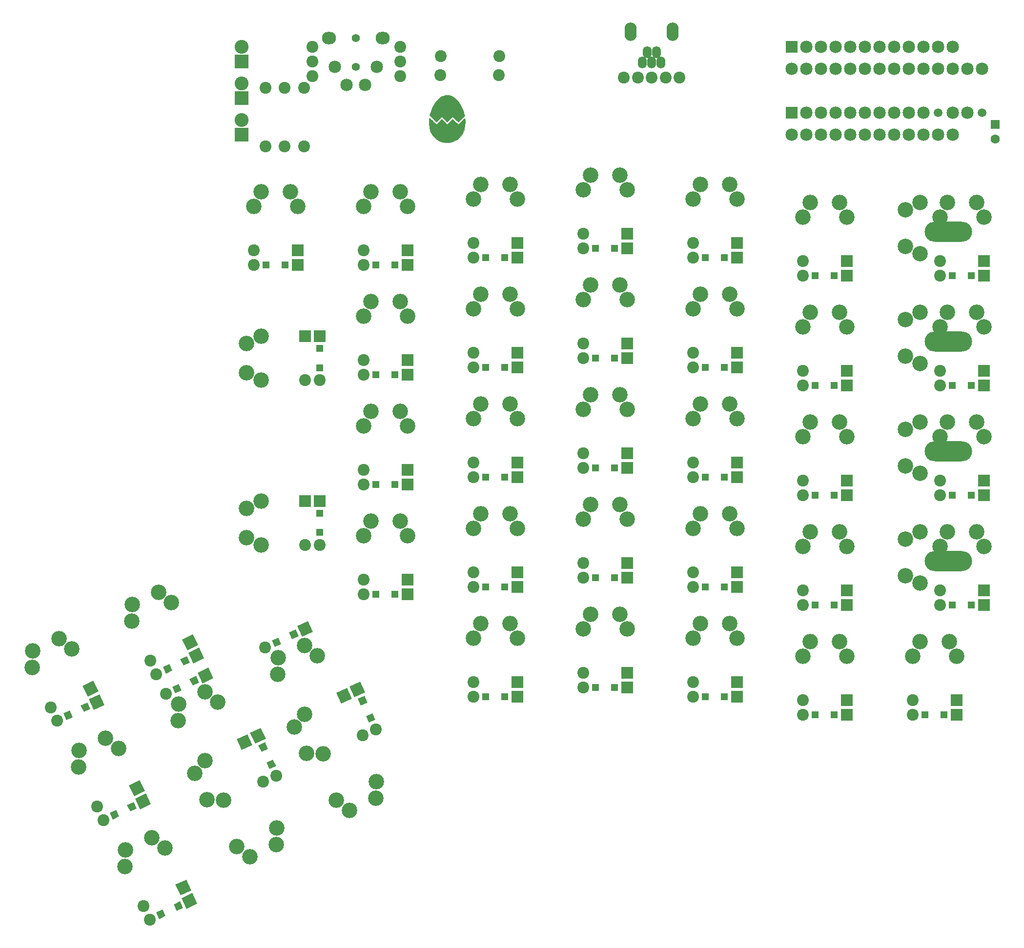
<source format=gbr>
G04 #@! TF.FileFunction,Soldermask,Bot*
%FSLAX46Y46*%
G04 Gerber Fmt 4.6, Leading zero omitted, Abs format (unit mm)*
G04 Created by KiCad (PCBNEW 4.0.1-stable) date 7/19/2016 2:58:25 PM*
%MOMM*%
G01*
G04 APERTURE LIST*
%ADD10C,0.150000*%
%ADD11C,0.010000*%
%ADD12C,2.057400*%
%ADD13C,2.692400*%
%ADD14R,2.159000X2.159000*%
%ADD15C,2.159000*%
%ADD16O,2.463800X2.159000*%
%ADD17C,1.397000*%
%ADD18R,2.057400X2.057400*%
%ADD19R,1.244600X1.244600*%
%ADD20C,2.689860*%
%ADD21C,2.687320*%
%ADD22O,8.242300X3.479800*%
%ADD23C,1.498600*%
%ADD24R,1.606400X1.606400*%
%ADD25C,1.606400*%
%ADD26R,2.406400X2.406400*%
%ADD27C,2.406400*%
%ADD28O,1.549400X2.057400*%
%ADD29O,2.108200X3.200400*%
G04 APERTURE END LIST*
D10*
D11*
G36*
X99183192Y-47320749D02*
X99355496Y-47471896D01*
X99585028Y-47690626D01*
X99709662Y-47814662D01*
X100255099Y-48364991D01*
X100725892Y-47899110D01*
X101196686Y-47433229D01*
X102117314Y-48365437D01*
X102606824Y-47881036D01*
X103096333Y-47396634D01*
X103585617Y-47880812D01*
X104074901Y-48364991D01*
X104622168Y-47812815D01*
X104879655Y-47555134D01*
X105043757Y-47403991D01*
X105140200Y-47345563D01*
X105194705Y-47366027D01*
X105232997Y-47451559D01*
X105242395Y-47479518D01*
X105268149Y-47676765D01*
X105264912Y-47994978D01*
X105233458Y-48388429D01*
X105225922Y-48454768D01*
X105075863Y-49243278D01*
X104824193Y-49903450D01*
X104464865Y-50446739D01*
X103991828Y-50884600D01*
X103913474Y-50939995D01*
X103303500Y-51258689D01*
X102627834Y-51440699D01*
X101929874Y-51478653D01*
X101312351Y-51381896D01*
X100661233Y-51122623D01*
X100102315Y-50727823D01*
X99648299Y-50211484D01*
X99311888Y-49587589D01*
X99126107Y-48974666D01*
X99083130Y-48697577D01*
X99053160Y-48364729D01*
X99036857Y-48016682D01*
X99034881Y-47693996D01*
X99047892Y-47437230D01*
X99076549Y-47286944D01*
X99098279Y-47264333D01*
X99183192Y-47320749D01*
X99183192Y-47320749D01*
G37*
X99183192Y-47320749D02*
X99355496Y-47471896D01*
X99585028Y-47690626D01*
X99709662Y-47814662D01*
X100255099Y-48364991D01*
X100725892Y-47899110D01*
X101196686Y-47433229D01*
X102117314Y-48365437D01*
X102606824Y-47881036D01*
X103096333Y-47396634D01*
X103585617Y-47880812D01*
X104074901Y-48364991D01*
X104622168Y-47812815D01*
X104879655Y-47555134D01*
X105043757Y-47403991D01*
X105140200Y-47345563D01*
X105194705Y-47366027D01*
X105232997Y-47451559D01*
X105242395Y-47479518D01*
X105268149Y-47676765D01*
X105264912Y-47994978D01*
X105233458Y-48388429D01*
X105225922Y-48454768D01*
X105075863Y-49243278D01*
X104824193Y-49903450D01*
X104464865Y-50446739D01*
X103991828Y-50884600D01*
X103913474Y-50939995D01*
X103303500Y-51258689D01*
X102627834Y-51440699D01*
X101929874Y-51478653D01*
X101312351Y-51381896D01*
X100661233Y-51122623D01*
X100102315Y-50727823D01*
X99648299Y-50211484D01*
X99311888Y-49587589D01*
X99126107Y-48974666D01*
X99083130Y-48697577D01*
X99053160Y-48364729D01*
X99036857Y-48016682D01*
X99034881Y-47693996D01*
X99047892Y-47437230D01*
X99076549Y-47286944D01*
X99098279Y-47264333D01*
X99183192Y-47320749D01*
G36*
X102450398Y-43280467D02*
X102983045Y-43454025D01*
X103488349Y-43771545D01*
X103946173Y-44225659D01*
X104062180Y-44375014D01*
X104332838Y-44788000D01*
X104598212Y-45269623D01*
X104830397Y-45762805D01*
X105001494Y-46210464D01*
X105058826Y-46413886D01*
X105158995Y-46847840D01*
X104616948Y-47394749D01*
X104074901Y-47941657D01*
X103096333Y-46973301D01*
X102606824Y-47457702D01*
X102117314Y-47942104D01*
X101196686Y-47009896D01*
X100255276Y-47941482D01*
X99673073Y-47354784D01*
X99090870Y-46768085D01*
X99322551Y-46106043D01*
X99618791Y-45395940D01*
X99981319Y-44749940D01*
X100391339Y-44192766D01*
X100830060Y-43749140D01*
X101278687Y-43443785D01*
X101383625Y-43394719D01*
X101910545Y-43258242D01*
X102450398Y-43280467D01*
X102450398Y-43280467D01*
G37*
X102450398Y-43280467D02*
X102983045Y-43454025D01*
X103488349Y-43771545D01*
X103946173Y-44225659D01*
X104062180Y-44375014D01*
X104332838Y-44788000D01*
X104598212Y-45269623D01*
X104830397Y-45762805D01*
X105001494Y-46210464D01*
X105058826Y-46413886D01*
X105158995Y-46847840D01*
X104616948Y-47394749D01*
X104074901Y-47941657D01*
X103096333Y-46973301D01*
X102606824Y-47457702D01*
X102117314Y-47942104D01*
X101196686Y-47009896D01*
X100255276Y-47941482D01*
X99673073Y-47354784D01*
X99090870Y-46768085D01*
X99322551Y-46106043D01*
X99618791Y-45395940D01*
X99981319Y-44749940D01*
X100391339Y-44192766D01*
X100830060Y-43749140D01*
X101278687Y-43443785D01*
X101383625Y-43394719D01*
X101910545Y-43258242D01*
X102450398Y-43280467D01*
D12*
X53341367Y-147187736D03*
D10*
G36*
X54985576Y-147107661D02*
X54459585Y-145979670D01*
X55587576Y-145453679D01*
X56113567Y-146581670D01*
X54985576Y-147107661D01*
X54985576Y-147107661D01*
G37*
G36*
X59749862Y-145334450D02*
X58880367Y-143469813D01*
X60745004Y-142600318D01*
X61614499Y-144464955D01*
X59749862Y-145334450D01*
X59749862Y-145334450D01*
G37*
G36*
X58001224Y-145701441D02*
X57475233Y-144573450D01*
X58603224Y-144047459D01*
X59129215Y-145175450D01*
X58001224Y-145701441D01*
X58001224Y-145701441D01*
G37*
D12*
X70605747Y-139135936D03*
D10*
G36*
X72249956Y-139055861D02*
X71723965Y-137927870D01*
X72851956Y-137401879D01*
X73377947Y-138529870D01*
X72249956Y-139055861D01*
X72249956Y-139055861D01*
G37*
G36*
X77014242Y-137282650D02*
X76144747Y-135418013D01*
X78009384Y-134548518D01*
X78878879Y-136413155D01*
X77014242Y-137282650D01*
X77014242Y-137282650D01*
G37*
G36*
X75265604Y-137649641D02*
X74739613Y-136521650D01*
X75867604Y-135995659D01*
X76393595Y-137123650D01*
X75265604Y-137649641D01*
X75265604Y-137649641D01*
G37*
D13*
X77434621Y-138754526D03*
X72753017Y-143740174D03*
X79659082Y-140519823D03*
X72830577Y-140901427D03*
X60170241Y-146806326D03*
X55488637Y-151791974D03*
X62394702Y-148571623D03*
X55566197Y-148953227D03*
X85176179Y-167376434D03*
X89857783Y-162390786D03*
X82951718Y-165611137D03*
X89780223Y-165229533D03*
X67909259Y-175425694D03*
X72590863Y-170440046D03*
X65684798Y-173660397D03*
X72513303Y-173278793D03*
D12*
X70665000Y-41985000D03*
X70665000Y-52145000D03*
X73965000Y-41985000D03*
X73965000Y-52145000D03*
X77365000Y-41985000D03*
X77365000Y-52145000D03*
X101085000Y-36465000D03*
X111245000Y-36465000D03*
X100985000Y-39765000D03*
X111145000Y-39765000D03*
X78740000Y-40005000D03*
X78740000Y-37465000D03*
X78740000Y-34925000D03*
X93980000Y-40005000D03*
X93980000Y-37465000D03*
X93980000Y-34925000D03*
D14*
X161925000Y-34925000D03*
D15*
X164465000Y-34925000D03*
X167005000Y-34925000D03*
X169545000Y-34925000D03*
X172085000Y-34925000D03*
X174625000Y-34925000D03*
X177165000Y-34925000D03*
X179705000Y-34925000D03*
X182245000Y-34925000D03*
X184785000Y-34925000D03*
X187325000Y-34925000D03*
X189865000Y-34925000D03*
X189865000Y-50165000D03*
X187325000Y-50165000D03*
X184785000Y-50165000D03*
X182245000Y-50165000D03*
X179705000Y-50165000D03*
X177165000Y-50165000D03*
X174625000Y-50165000D03*
X167005000Y-50165000D03*
X164465000Y-50165000D03*
X161925000Y-50165000D03*
X172085000Y-50165000D03*
X169545000Y-50165000D03*
D16*
X90957400Y-33375600D03*
D15*
X82702400Y-38379400D03*
X87909400Y-41478200D03*
D16*
X81661000Y-33375600D03*
D15*
X84709000Y-41478200D03*
X89916000Y-38379400D03*
D17*
X86309200Y-33375600D03*
X86309200Y-38379400D03*
D13*
X74930000Y-60020200D03*
X68580000Y-62560200D03*
X76200000Y-62560200D03*
X69850000Y-60020200D03*
D12*
X68580000Y-70180200D03*
D18*
X76200000Y-70180200D03*
D12*
X68580000Y-72720200D03*
D18*
X76200000Y-72720200D03*
D19*
X70726300Y-72720200D03*
X74053700Y-72720200D03*
D13*
X67310000Y-86370160D03*
X69850000Y-92720160D03*
X69850000Y-85100160D03*
X67310000Y-91450160D03*
D12*
X77470000Y-92720160D03*
D18*
X77470000Y-85100160D03*
D12*
X80010000Y-92720160D03*
D18*
X80010000Y-85100160D03*
D19*
X80010000Y-90573860D03*
X80010000Y-87246460D03*
D13*
X67310000Y-114945160D03*
X69850000Y-121295160D03*
X69850000Y-113675160D03*
X67310000Y-120025160D03*
D12*
X77470000Y-121295160D03*
D18*
X77470000Y-113675160D03*
D12*
X80010000Y-121295160D03*
D18*
X80010000Y-113675160D03*
D19*
X80010000Y-119148860D03*
X80010000Y-115821460D03*
D13*
X189230000Y-138122660D03*
X182880000Y-140662660D03*
X190500000Y-140662660D03*
X184150000Y-138122660D03*
D12*
X182880000Y-148282660D03*
D18*
X190500000Y-148282660D03*
D12*
X182880000Y-150822660D03*
D18*
X190500000Y-150822660D03*
D19*
X185026300Y-150822660D03*
X188353700Y-150822660D03*
D13*
X93980000Y-79067660D03*
X87630000Y-81607660D03*
X95250000Y-81607660D03*
X88900000Y-79067660D03*
D12*
X87630000Y-89227660D03*
D18*
X95250000Y-89227660D03*
D12*
X87630000Y-91767660D03*
D18*
X95250000Y-91767660D03*
D19*
X89776300Y-91767660D03*
X93103700Y-91767660D03*
D13*
X42903321Y-154855586D03*
X38221717Y-159841234D03*
X45127782Y-156620883D03*
X38299277Y-157002487D03*
D12*
X41442068Y-166747299D03*
D10*
G36*
X47850562Y-164894014D02*
X46981067Y-163029377D01*
X48845704Y-162159882D01*
X49715199Y-164024519D01*
X47850562Y-164894014D01*
X47850562Y-164894014D01*
G37*
D12*
X42515518Y-169049321D03*
D10*
G36*
X48924013Y-167196036D02*
X48054518Y-165331399D01*
X49919155Y-164461904D01*
X50788650Y-166326541D01*
X48924013Y-167196036D01*
X48924013Y-167196036D01*
G37*
G36*
X44159727Y-168969246D02*
X43633736Y-167841255D01*
X44761727Y-167315264D01*
X45287718Y-168443255D01*
X44159727Y-168969246D01*
X44159727Y-168969246D01*
G37*
G36*
X47175375Y-167563026D02*
X46649384Y-166435035D01*
X47777375Y-165909044D01*
X48303366Y-167037035D01*
X47175375Y-167563026D01*
X47175375Y-167563026D01*
G37*
D13*
X50955121Y-172122506D03*
X46273517Y-177108154D03*
X53179582Y-173887803D03*
X46351077Y-174269407D03*
D12*
X49493868Y-184014219D03*
D10*
G36*
X55902362Y-182160934D02*
X55032867Y-180296297D01*
X56897504Y-179426802D01*
X57766999Y-181291439D01*
X55902362Y-182160934D01*
X55902362Y-182160934D01*
G37*
D12*
X50567318Y-186316241D03*
D10*
G36*
X56975813Y-184462956D02*
X56106318Y-182598319D01*
X57970955Y-181728824D01*
X58840450Y-183593461D01*
X56975813Y-184462956D01*
X56975813Y-184462956D01*
G37*
G36*
X52211527Y-186236166D02*
X51685536Y-185108175D01*
X52813527Y-184582184D01*
X53339518Y-185710175D01*
X52211527Y-186236166D01*
X52211527Y-186236166D01*
G37*
G36*
X55227175Y-184829946D02*
X54701184Y-183701955D01*
X55829175Y-183175964D01*
X56355166Y-184303955D01*
X55227175Y-184829946D01*
X55227175Y-184829946D01*
G37*
D13*
X34854061Y-137591206D03*
X30172457Y-142576854D03*
X37078522Y-139356503D03*
X30250017Y-139738107D03*
D12*
X33392808Y-149482919D03*
D10*
G36*
X39801302Y-147629634D02*
X38931807Y-145764997D01*
X40796444Y-144895502D01*
X41665939Y-146760139D01*
X39801302Y-147629634D01*
X39801302Y-147629634D01*
G37*
D12*
X34466258Y-151784941D03*
D10*
G36*
X40874753Y-149931656D02*
X40005258Y-148067019D01*
X41869895Y-147197524D01*
X42739390Y-149062161D01*
X40874753Y-149931656D01*
X40874753Y-149931656D01*
G37*
G36*
X36110467Y-151704866D02*
X35584476Y-150576875D01*
X36712467Y-150050884D01*
X37238458Y-151178875D01*
X36110467Y-151704866D01*
X36110467Y-151704866D01*
G37*
G36*
X39126115Y-150298646D02*
X38600124Y-149170655D01*
X39728115Y-148644664D01*
X40254106Y-149772655D01*
X39126115Y-150298646D01*
X39126115Y-150298646D01*
G37*
D13*
X52118441Y-129541946D03*
X47436837Y-134527594D03*
X54342902Y-131307243D03*
X47514397Y-131688847D03*
D12*
X50657188Y-141433659D03*
D10*
G36*
X57065682Y-139580374D02*
X56196187Y-137715737D01*
X58060824Y-136846242D01*
X58930319Y-138710879D01*
X57065682Y-139580374D01*
X57065682Y-139580374D01*
G37*
D12*
X51730638Y-143735681D03*
D10*
G36*
X58139133Y-141882396D02*
X57269638Y-140017759D01*
X59134275Y-139148264D01*
X60003770Y-141012901D01*
X58139133Y-141882396D01*
X58139133Y-141882396D01*
G37*
G36*
X53374847Y-143655606D02*
X52848856Y-142527615D01*
X53976847Y-142001624D01*
X54502838Y-143129615D01*
X53374847Y-143655606D01*
X53374847Y-143655606D01*
G37*
G36*
X56390495Y-142249386D02*
X55864504Y-141121395D01*
X56992495Y-140595404D01*
X57518486Y-141723395D01*
X56390495Y-142249386D01*
X56390495Y-142249386D01*
G37*
D13*
X170180000Y-61925200D03*
X163830000Y-64465200D03*
X171450000Y-64465200D03*
X165100000Y-61925200D03*
D12*
X163830000Y-72085200D03*
D18*
X171450000Y-72085200D03*
D12*
X163830000Y-74625200D03*
D18*
X171450000Y-74625200D03*
D19*
X165976300Y-74625200D03*
X169303700Y-74625200D03*
D13*
X151130000Y-58747660D03*
X144780000Y-61287660D03*
X152400000Y-61287660D03*
X146050000Y-58747660D03*
D12*
X144780000Y-68907660D03*
D18*
X152400000Y-68907660D03*
D12*
X144780000Y-71447660D03*
D18*
X152400000Y-71447660D03*
D19*
X146926300Y-71447660D03*
X150253700Y-71447660D03*
D13*
X132080000Y-57150000D03*
X125730000Y-59690000D03*
X133350000Y-59690000D03*
X127000000Y-57150000D03*
D12*
X125730000Y-67310000D03*
D18*
X133350000Y-67310000D03*
D12*
X125730000Y-69850000D03*
D18*
X133350000Y-69850000D03*
D19*
X127876300Y-69850000D03*
X131203700Y-69850000D03*
D13*
X113030000Y-58747660D03*
X106680000Y-61287660D03*
X114300000Y-61287660D03*
X107950000Y-58747660D03*
D12*
X106680000Y-68907660D03*
D18*
X114300000Y-68907660D03*
D12*
X106680000Y-71447660D03*
D18*
X114300000Y-71447660D03*
D19*
X108826300Y-71447660D03*
X112153700Y-71447660D03*
D13*
X151130000Y-134947660D03*
X144780000Y-137487660D03*
X152400000Y-137487660D03*
X146050000Y-134947660D03*
D12*
X144780000Y-145107660D03*
D18*
X152400000Y-145107660D03*
D12*
X144780000Y-147647660D03*
D18*
X152400000Y-147647660D03*
D19*
X146926300Y-147647660D03*
X150253700Y-147647660D03*
D13*
X170180000Y-80972660D03*
X163830000Y-83512660D03*
X171450000Y-83512660D03*
X165100000Y-80972660D03*
D12*
X163830000Y-91132660D03*
D18*
X171450000Y-91132660D03*
D12*
X163830000Y-93672660D03*
D18*
X171450000Y-93672660D03*
D19*
X165976300Y-93672660D03*
X169303700Y-93672660D03*
D13*
X132080000Y-76200000D03*
X125730000Y-78740000D03*
X133350000Y-78740000D03*
X127000000Y-76200000D03*
D12*
X125730000Y-86360000D03*
D18*
X133350000Y-86360000D03*
D12*
X125730000Y-88900000D03*
D18*
X133350000Y-88900000D03*
D19*
X127876300Y-88900000D03*
X131203700Y-88900000D03*
D13*
X113030000Y-77797660D03*
X106680000Y-80337660D03*
X114300000Y-80337660D03*
X107950000Y-77797660D03*
D12*
X106680000Y-87957660D03*
D18*
X114300000Y-87957660D03*
D12*
X106680000Y-90497660D03*
D18*
X114300000Y-90497660D03*
D19*
X108826300Y-90497660D03*
X112153700Y-90497660D03*
D13*
X170180000Y-100022660D03*
X163830000Y-102562660D03*
X171450000Y-102562660D03*
X165100000Y-100022660D03*
D12*
X163830000Y-110182660D03*
D18*
X171450000Y-110182660D03*
D12*
X163830000Y-112722660D03*
D18*
X171450000Y-112722660D03*
D19*
X165976300Y-112722660D03*
X169303700Y-112722660D03*
D13*
X151130000Y-96847660D03*
X144780000Y-99387660D03*
X152400000Y-99387660D03*
X146050000Y-96847660D03*
D12*
X144780000Y-107007660D03*
D18*
X152400000Y-107007660D03*
D12*
X144780000Y-109547660D03*
D18*
X152400000Y-109547660D03*
D19*
X146926300Y-109547660D03*
X150253700Y-109547660D03*
D13*
X132080000Y-95250000D03*
X125730000Y-97790000D03*
X133350000Y-97790000D03*
X127000000Y-95250000D03*
D12*
X125730000Y-105410000D03*
D18*
X133350000Y-105410000D03*
D12*
X125730000Y-107950000D03*
D18*
X133350000Y-107950000D03*
D19*
X127876300Y-107950000D03*
X131203700Y-107950000D03*
D13*
X113030000Y-96847660D03*
X106680000Y-99387660D03*
X114300000Y-99387660D03*
X107950000Y-96847660D03*
D12*
X106680000Y-107007660D03*
D18*
X114300000Y-107007660D03*
D12*
X106680000Y-109547660D03*
D18*
X114300000Y-109547660D03*
D19*
X108826300Y-109547660D03*
X112153700Y-109547660D03*
D13*
X93980000Y-98117660D03*
X87630000Y-100657660D03*
X95250000Y-100657660D03*
X88900000Y-98117660D03*
D12*
X87630000Y-108277660D03*
D18*
X95250000Y-108277660D03*
D12*
X87630000Y-110817660D03*
D18*
X95250000Y-110817660D03*
D19*
X89776300Y-110817660D03*
X93103700Y-110817660D03*
D13*
X170180000Y-119072660D03*
X163830000Y-121612660D03*
X171450000Y-121612660D03*
X165100000Y-119072660D03*
D12*
X163830000Y-129232660D03*
D18*
X171450000Y-129232660D03*
D12*
X163830000Y-131772660D03*
D18*
X171450000Y-131772660D03*
D19*
X165976300Y-131772660D03*
X169303700Y-131772660D03*
D13*
X151130000Y-115897660D03*
X144780000Y-118437660D03*
X152400000Y-118437660D03*
X146050000Y-115897660D03*
D12*
X144780000Y-126057660D03*
D18*
X152400000Y-126057660D03*
D12*
X144780000Y-128597660D03*
D18*
X152400000Y-128597660D03*
D19*
X146926300Y-128597660D03*
X150253700Y-128597660D03*
D13*
X132080000Y-114300000D03*
X125730000Y-116840000D03*
X133350000Y-116840000D03*
X127000000Y-114300000D03*
D12*
X125730000Y-124460000D03*
D18*
X133350000Y-124460000D03*
D12*
X125730000Y-127000000D03*
D18*
X133350000Y-127000000D03*
D19*
X127876300Y-127000000D03*
X131203700Y-127000000D03*
D13*
X113030000Y-115897660D03*
X106680000Y-118437660D03*
X114300000Y-118437660D03*
X107950000Y-115897660D03*
D12*
X106680000Y-126057660D03*
D18*
X114300000Y-126057660D03*
D12*
X106680000Y-128597660D03*
D18*
X114300000Y-128597660D03*
D19*
X108826300Y-128597660D03*
X112153700Y-128597660D03*
D13*
X93980000Y-117167660D03*
X87630000Y-119707660D03*
X95250000Y-119707660D03*
X88900000Y-117167660D03*
D12*
X87630000Y-127327660D03*
D18*
X95250000Y-127327660D03*
D12*
X87630000Y-129867660D03*
D18*
X95250000Y-129867660D03*
D19*
X89776300Y-129867660D03*
X93103700Y-129867660D03*
D13*
X170180000Y-138122660D03*
X163830000Y-140662660D03*
X171450000Y-140662660D03*
X165100000Y-138122660D03*
D12*
X163830000Y-148282660D03*
D18*
X171450000Y-148282660D03*
D12*
X163830000Y-150822660D03*
D18*
X171450000Y-150822660D03*
D19*
X165976300Y-150822660D03*
X169303700Y-150822660D03*
D13*
X132080000Y-133350000D03*
X125730000Y-135890000D03*
X133350000Y-135890000D03*
X127000000Y-133350000D03*
D12*
X125730000Y-143510000D03*
D18*
X133350000Y-143510000D03*
D12*
X125730000Y-146050000D03*
D18*
X133350000Y-146050000D03*
D19*
X127876300Y-146050000D03*
X131203700Y-146050000D03*
D13*
X113030000Y-134947660D03*
X106680000Y-137487660D03*
X114300000Y-137487660D03*
X107950000Y-134947660D03*
D12*
X106680000Y-145107660D03*
D18*
X114300000Y-145107660D03*
D12*
X106680000Y-147647660D03*
D18*
X114300000Y-147647660D03*
D19*
X108826300Y-147647660D03*
X112153700Y-147647660D03*
D13*
X75625366Y-152910359D03*
X80611014Y-157591963D03*
X77390663Y-150685898D03*
X77772267Y-157514403D03*
D12*
X87517079Y-154371612D03*
D10*
G36*
X85663794Y-147963118D02*
X83799157Y-148832613D01*
X82929662Y-146967976D01*
X84794299Y-146098481D01*
X85663794Y-147963118D01*
X85663794Y-147963118D01*
G37*
D12*
X89819101Y-153298162D03*
D10*
G36*
X87965816Y-146889667D02*
X86101179Y-147759162D01*
X85231684Y-145894525D01*
X87096321Y-145025030D01*
X87965816Y-146889667D01*
X87965816Y-146889667D01*
G37*
G36*
X89739026Y-151653953D02*
X88611035Y-152179944D01*
X88085044Y-151051953D01*
X89213035Y-150525962D01*
X89739026Y-151653953D01*
X89739026Y-151653953D01*
G37*
G36*
X88332806Y-148638305D02*
X87204815Y-149164296D01*
X86678824Y-148036305D01*
X87806815Y-147510314D01*
X88332806Y-148638305D01*
X88332806Y-148638305D01*
G37*
D13*
X58360986Y-160962159D03*
X63346634Y-165643763D03*
X60126283Y-158737698D03*
X60507887Y-165566203D03*
D12*
X70252699Y-162423412D03*
D10*
G36*
X68399414Y-156014918D02*
X66534777Y-156884413D01*
X65665282Y-155019776D01*
X67529919Y-154150281D01*
X68399414Y-156014918D01*
X68399414Y-156014918D01*
G37*
D12*
X72554721Y-161349962D03*
D10*
G36*
X70701436Y-154941467D02*
X68836799Y-155810962D01*
X67967304Y-153946325D01*
X69831941Y-153076830D01*
X70701436Y-154941467D01*
X70701436Y-154941467D01*
G37*
G36*
X72474646Y-159705753D02*
X71346655Y-160231744D01*
X70820664Y-159103753D01*
X71948655Y-158577762D01*
X72474646Y-159705753D01*
X72474646Y-159705753D01*
G37*
G36*
X71068426Y-156690105D02*
X69940435Y-157216096D01*
X69414444Y-156088105D01*
X70542435Y-155562114D01*
X71068426Y-156690105D01*
X71068426Y-156690105D01*
G37*
D13*
X151130000Y-77797660D03*
X144780000Y-80337660D03*
X152400000Y-80337660D03*
X146050000Y-77797660D03*
D12*
X144780000Y-87957660D03*
D18*
X152400000Y-87957660D03*
D12*
X144780000Y-90497660D03*
D18*
X152400000Y-90497660D03*
D19*
X146926300Y-90497660D03*
X150253700Y-90497660D03*
D13*
X93980000Y-60020200D03*
X87630000Y-62560200D03*
X95250000Y-62560200D03*
X88900000Y-60020200D03*
D12*
X87630000Y-70180200D03*
D18*
X95250000Y-70180200D03*
D12*
X87630000Y-72720200D03*
D18*
X95250000Y-72720200D03*
D19*
X89776300Y-72720200D03*
X93103700Y-72720200D03*
D13*
X193992500Y-61925200D03*
X187642500Y-64465200D03*
D20*
X195262500Y-64465200D03*
D13*
X188912500Y-61925200D03*
D12*
X187642500Y-72085200D03*
D18*
X195262500Y-72085200D03*
D12*
X187642500Y-74625200D03*
D18*
X195262500Y-74625200D03*
D19*
X189788800Y-74625200D03*
X193116200Y-74625200D03*
D21*
X181610000Y-63195200D03*
X184150000Y-61925200D03*
X184150000Y-70815200D03*
X181610000Y-69545200D03*
D22*
X189069980Y-67005200D03*
D13*
X193992500Y-80972660D03*
X187642500Y-83512660D03*
D20*
X195262500Y-83512660D03*
D13*
X188912500Y-80972660D03*
D12*
X187642500Y-91132660D03*
D18*
X195262500Y-91132660D03*
D12*
X187642500Y-93672660D03*
D18*
X195262500Y-93672660D03*
D19*
X189788800Y-93672660D03*
X193116200Y-93672660D03*
D21*
X181610000Y-82242660D03*
X184150000Y-80972660D03*
X184150000Y-89862660D03*
X181610000Y-88592660D03*
D22*
X189069980Y-86052660D03*
D13*
X193992500Y-100022660D03*
X187642500Y-102562660D03*
D20*
X195262500Y-102562660D03*
D13*
X188912500Y-100022660D03*
D12*
X187642500Y-110182660D03*
D18*
X195262500Y-110182660D03*
D12*
X187642500Y-112722660D03*
D18*
X195262500Y-112722660D03*
D19*
X189788800Y-112722660D03*
X193116200Y-112722660D03*
D21*
X181610000Y-101292660D03*
X184150000Y-100022660D03*
X184150000Y-108912660D03*
X181610000Y-107642660D03*
D22*
X189069980Y-105102660D03*
D13*
X193992500Y-119072660D03*
X187642500Y-121612660D03*
D20*
X195262500Y-121612660D03*
D13*
X188912500Y-119072660D03*
D12*
X187642500Y-129232660D03*
D18*
X195262500Y-129232660D03*
D12*
X187642500Y-131772660D03*
D18*
X195262500Y-131772660D03*
D19*
X189788800Y-131772660D03*
X193116200Y-131772660D03*
D21*
X181610000Y-120342660D03*
X184150000Y-119072660D03*
X184150000Y-127962660D03*
X181610000Y-126692660D03*
D22*
X189069980Y-124152660D03*
D15*
X164450000Y-46330000D03*
X166990000Y-46330000D03*
X169530000Y-46330000D03*
X172070000Y-46330000D03*
X174610000Y-46330000D03*
X177150000Y-46330000D03*
X179690000Y-46330000D03*
X182230000Y-46330000D03*
X184770000Y-46330000D03*
D23*
X187310000Y-46330000D03*
D15*
X189850000Y-46330000D03*
X192390000Y-46330000D03*
D23*
X194930000Y-46330000D03*
D14*
X161910000Y-46330000D03*
D15*
X194930000Y-38710000D03*
X192390000Y-38710000D03*
X189850000Y-38710000D03*
X187310000Y-38710000D03*
X184770000Y-38710000D03*
X182230000Y-38710000D03*
X179690000Y-38710000D03*
X177150000Y-38710000D03*
X174610000Y-38710000D03*
X172070000Y-38710000D03*
X169530000Y-38710000D03*
X166990000Y-38710000D03*
X164450000Y-38710000D03*
X161910000Y-38710000D03*
D24*
X197231000Y-48387000D03*
D25*
X197231000Y-50887000D03*
D26*
X66465000Y-37465000D03*
D27*
X66465000Y-34925000D03*
D26*
X66465000Y-43765000D03*
D27*
X66465000Y-41225000D03*
D26*
X66465000Y-50165000D03*
D27*
X66465000Y-47625000D03*
D28*
X136042400Y-37553900D03*
X136842500Y-35806380D03*
X137642600Y-37553900D03*
X138442700Y-35806380D03*
X139242800Y-37553900D03*
D29*
X141290040Y-32230060D03*
X133995160Y-32230060D03*
D12*
X135229600Y-40259000D03*
X132816600Y-40259000D03*
X137642600Y-40259000D03*
X142468600Y-40259000D03*
X140055600Y-40259000D03*
M02*

</source>
